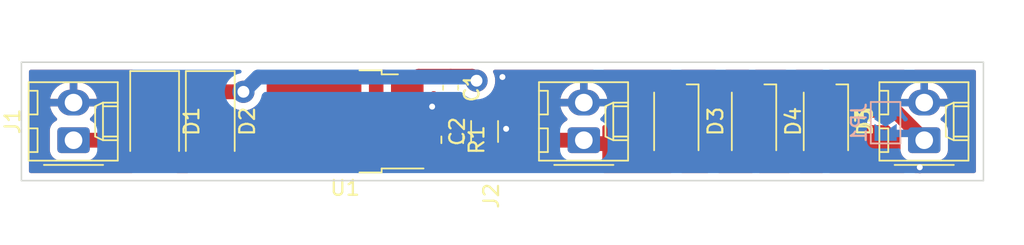
<source format=kicad_pcb>
(kicad_pcb (version 20211014) (generator pcbnew)
  (layers (0 "F.Cu" signal) (31 "B.Cu" signal) (34 "B.Paste" user) (35 "F.Paste" user) (36 "B.SilkS" user "B.Silkscreen") (37 "F.SilkS" user "F.Silkscreen") (38 "B.Mask" user) (39 "F.Mask" user) (44 "Edge.Cuts" user))
  (net 0 "")
  (net 1 "Net-(C1-Pad1)")
  (net 2 "GND")
  (net 3 "/VLEDIN")
  (net 4 "VCC")
  (net 5 "Net-(D2-Pad2)")
  (net 6 "Net-(D3-Pad1)")
  (net 7 "unconnected-(D3-Pad2)")
  (net 8 "unconnected-(D3-Pad4)")
  (net 9 "Net-(D4-Pad1)")
  (net 10 "unconnected-(D4-Pad2)")
  (net 11 "unconnected-(D4-Pad4)")
  (net 12 "/VLEDOUT")
  (net 13 "unconnected-(D5-Pad2)")
  (net 14 "unconnected-(D5-Pad4)")
  (footprint "LED_SMD:LED_Avago_PLCC4_3.2x2.8mm_CW" (layer "F.Cu") (at 123.75 54.5 -90)
    (fp_text reference "D3" (at 0 -2.65 90) (layer "F.SilkS"))
    (fp_text value "LED PLCC4")
    (fp_line (start -2.500044 -1.5) (end 1.95 -1.5) (layer "F.SilkS") (width 0.12))
    (fp_line (start -2.5 -0.7) (end -2.5 -1.5) (layer "F.SilkS") (width 0.12))
    (fp_line (start -1.95 1.5) (end 1.95 1.5) (layer "F.SilkS") (width 0.12))
    (pad "1" smd rect locked (at -1.5 -0.75 270) (size 1.5 1.1) (layers "F.Cu" "F.Paste" "F.Mask") (net 6 "Net-(D3-Pad1)"))
    (pad "2" smd rect locked (at 1.5 -0.75 270) (size 1.5 1.1) (layers "F.Cu" "F.Paste" "F.Mask") (net 7 "unconnected-(D3-Pad2)"))
    (pad "3" smd rect locked (at 1.5 0.75 270) (size 1.5 1.1) (layers "F.Cu" "F.Paste" "F.Mask") (net 3 "/VLEDIN"))
    (pad "4" smd rect locked (at -1.5 0.75 270) (size 1.5 1.1) (layers "F.Cu" "F.Paste" "F.Mask") (net 8 "unconnected-(D3-Pad4)"))
  )
  (footprint "Resistor_SMD:R_0805_2012Metric" (layer "F.Cu") (at 108.61 55.7431 -90)
    (fp_text reference "R1" (at 0 -1.65 90) (layer "F.SilkS"))
    (fp_text value "33R")
    (fp_line (start -0.227064 0.735) (end 0.227064 0.735) (layer "F.SilkS") (width 0.12))
    (fp_line (start -0.227064 -0.735) (end 0.227064 -0.735) (layer "F.SilkS") (width 0.12))
    (pad "1" smd roundrect locked (at -0.9125 0 270) (size 1.025 1.4) (layers "F.Cu" "F.Paste" "F.Mask") (roundrect_rratio 0.243902) (net 5 "Net-(D2-Pad2)"))
    (pad "2" smd roundrect locked (at 0.9125 0 270) (size 1.025 1.4) (layers "F.Cu" "F.Paste" "F.Mask") (roundrect_rratio 0.243902) (net 3 "/VLEDIN"))
  )
  (footprint "Diode_SMD:D_SMA" (layer "F.Cu") (at 92.2592 54.5 -90)
    (fp_text reference "D2" (at 0 -2.5 90) (layer "F.SilkS"))
    (fp_text value "D_Schottky")
    (fp_line (start -3.4 -1.65) (end -3.4 1.65) (layer "F.SilkS") (width 0.12))
    (fp_line (start -3.4 1.65) (end 2 1.65) (layer "F.SilkS") (width 0.12))
    (fp_line (start -3.4 -1.65) (end 2 -1.65) (layer "F.SilkS") (width 0.12))
    (pad "1" smd rect locked (at -2 0 270) (size 2.5 1.8) (layers "F.Cu" "F.Paste" "F.Mask") (net 1 "Net-(C1-Pad1)"))
    (pad "2" smd rect locked (at 2 0 270) (size 2.5 1.8) (layers "F.Cu" "F.Paste" "F.Mask") (net 5 "Net-(D2-Pad2)"))
  )
  (footprint "Diode_SMD:D_SMA" (layer "F.Cu") (at 88.5 54.5 -90)
    (fp_text reference "D1" (at 0 -2.5 90) (layer "F.SilkS"))
    (fp_text value "D_Schottky")
    (fp_line (start -3.4 -1.65) (end -3.4 1.65) (layer "F.SilkS") (width 0.12))
    (fp_line (start -3.4 1.65) (end 2 1.65) (layer "F.SilkS") (width 0.12))
    (fp_line (start -3.4 -1.65) (end 2 -1.65) (layer "F.SilkS") (width 0.12))
    (pad "1" smd rect locked (at -2 0 270) (size 2.5 1.8) (layers "F.Cu" "F.Paste" "F.Mask") (net 1 "Net-(C1-Pad1)"))
    (pad "2" smd rect locked (at 2 0 270) (size 2.5 1.8) (layers "F.Cu" "F.Paste" "F.Mask") (net 4 "VCC"))
  )
  (footprint "Capacitor_SMD:C_1206_3216Metric" (layer "F.Cu") (at 110.7944 55.1806 90)
    (fp_text reference "C2" (at 0 -1.85 90) (layer "F.SilkS"))
    (fp_text value "4u7")
    (fp_line (start -0.711252 0.91) (end 0.711252 0.91) (layer "F.SilkS") (width 0.12))
    (fp_line (start -0.711252 -0.91) (end 0.711252 -0.91) (layer "F.SilkS") (width 0.12))
    (pad "1" smd roundrect locked (at -1.475 0 90) (size 1.15 1.8) (layers "F.Cu" "F.Paste" "F.Mask") (roundrect_rratio 0.217391) (net 3 "/VLEDIN"))
    (pad "2" smd roundrect locked (at 1.475 0 90) (size 1.15 1.8) (layers "F.Cu" "F.Paste" "F.Mask") (roundrect_rratio 0.217391) (net 2 "GND"))
  )
  (footprint "Capacitor_SMD:C_0603_1608Metric" (layer "F.Cu") (at 108.5 52.225 -90)
    (fp_text reference "C1" (at 0 -1.43 90) (layer "F.SilkS"))
    (fp_text value "100n")
    (fp_line (start -0.14058 0.51) (end 0.14058 0.51) (layer "F.SilkS") (width 0.12))
    (fp_line (start -0.14058 -0.51) (end 0.14058 -0.51) (layer "F.SilkS") (width 0.12))
    (pad "1" smd roundrect locked (at -0.775 0 270) (size 0.9 0.95) (layers "F.Cu" "F.Paste" "F.Mask") (net 1 "Net-(C1-Pad1)"))
    (pad "2" smd roundrect locked (at 0.775 0 270) (size 0.9 0.95) (layers "F.Cu" "F.Paste" "F.Mask") (net 2 "GND"))
  )
  (footprint "Connector_Molex:Molex_KK-254_AE-6410-02A_1x02_P2.54mm_Vertical" (layer "F.Cu") (at 117.5 55.77 90)
    (fp_text reference "J2" (at -3.7573 -6.2536 90) (layer "F.SilkS"))
    (fp_text value "LEDIN")
    (fp_line (start 2.54 1.99) (end 2.54 2.99) (layer "F.SilkS") (width 0.12))
    (fp_line (start 0 1.99) (end 2.54 1.99) (layer "F.SilkS") (width 0.12))
    (fp_line (start 0 1.99) (end 0.25 1.46) (layer "F.SilkS") (width 0.12))
    (fp_line (start 1.74 -3.03) (end 1.74 -2.43) (layer "F.SilkS") (width 0.12))
    (fp_line (start 1.74 -2.43) (end 3.34 -2.43) (layer "F.SilkS") (width 0.12))
    (fp_line (start 0 2.99) (end 0 1.99) (layer "F.SilkS") (width 0.12))
    (fp_line (start 3.34 -2.43) (end 3.34 -3.03) (layer "F.SilkS") (width 0.12))
    (fp_line (start 0.25 1.46) (end 2.29 1.46) (layer "F.SilkS") (width 0.12))
    (fp_line (start -1.38 2.99) (end 3.92 2.99) (layer "F.SilkS") (width 0.12))
    (fp_line (start -0.8 -3.03) (end -0.8 -2.43) (layer "F.SilkS") (width 0.12))
    (fp_line (start -1.67 -2) (end -1.67 2) (layer "F.SilkS") (width 0.12))
    (fp_line (start -1.38 -3.03) (end -1.38 2.99) (layer "F.SilkS") (width 0.12))
    (fp_line (start 0.25 2.99) (end 0.25 1.99) (layer "F.SilkS") (width 0.12))
    (fp_line (start 0.8 -2.43) (end 0.8 -3.03) (layer "F.SilkS") (width 0.12))
    (fp_line (start 2.29 2.99) (end 2.29 1.99) (layer "F.SilkS") (width 0.12))
    (fp_line (start 2.29 1.46) (end 2.54 1.99) (layer "F.SilkS") (width 0.12))
    (fp_line (start -0.8 -2.43) (end 0.8 -2.43) (layer "F.SilkS") (width 0.12))
    (fp_line (start 3.92 -3.03) (end -1.38 -3.03) (layer "F.SilkS") (width 0.12))
    (fp_line (start 3.92 2.99) (end 3.92 -3.03) (layer "F.SilkS") (width 0.12))
    (pad "1" thru_hole roundrect locked (at 0 0 90) (size 1.74 2.19) (drill 1.19) (layers *.Cu *.Mask) (roundrect_rratio 0.143678) (net 3 "/VLEDIN"))
    (pad "2" thru_hole oval locked (at 2.54 0 90) (size 1.74 2.19) (drill 1.19) (layers *.Cu *.Mask) (net 2 "GND"))
  )
  (footprint "LED_SMD:LED_Avago_PLCC4_3.2x2.8mm_CW" (layer "F.Cu") (at 133.858 54.5 -90)
    (fp_text reference "D5" (at 0 -2.65 90) (layer "F.SilkS"))
    (fp_text value "LED PLCC4")
    (fp_line (start -2.500044 -1.5) (end 1.95 -1.5) (layer "F.SilkS") (width 0.12))
    (fp_line (start -1.95 1.5) (end 1.95 1.5) (layer "F.SilkS") (width 0.12))
    (fp_line (start -2.5 -0.7) (end -2.5 -1.5) (layer "F.SilkS") (width 0.12))
    (pad "1" smd rect locked (at -1.5 -0.75 270) (size 1.5 1.1) (layers "F.Cu" "F.Paste" "F.Mask") (net 12 "/VLEDOUT"))
    (pad "2" smd rect locked (at 1.5 -0.75 270) (size 1.5 1.1) (layers "F.Cu" "F.Paste" "F.Mask") (net 13 "unconnected-(D5-Pad2)"))
    (pad "3" smd rect locked (at 1.5 0.75 270) (size 1.5 1.1) (layers "F.Cu" "F.Paste" "F.Mask") (net 9 "Net-(D4-Pad1)"))
    (pad "4" smd rect locked (at -1.5 0.75 270) (size 1.5 1.1) (layers "F.Cu" "F.Paste" "F.Mask") (net 14 "unconnected-(D5-Pad4)"))
  )
  (footprint "Package_TO_SOT_SMD:TO-252-2" (layer "F.Cu") (at 101.3696 54.5 180)
    (fp_text reference "U1" (at 0 -4.5) (layer "F.SilkS"))
    (fp_text value "LM317_TO-252")
    (fp_line (start -0.97 3.45) (end -2.47 3.45) (layer "F.SilkS") (width 0.12))
    (fp_line (start -2.47 -3.45) (end -2.47 -3.18) (layer "F.SilkS") (width 0.12))
    (fp_line (start -2.47 -3.18) (end -5.3 -3.18) (layer "F.SilkS") (width 0.12))
    (fp_line (start -0.97 -3.45) (end -2.47 -3.45) (layer "F.SilkS") (width 0.12))
    (fp_line (start -2.47 3.45) (end -2.47 3.18) (layer "F.SilkS") (width 0.12))
    (fp_line (start -2.47 3.18) (end -3.57 3.18) (layer "F.SilkS") (width 0.12))
    (pad "1" smd rect locked (at -4.2 -2.28 180) (size 2.2 1.2) (layers "F.Cu" "F.Paste" "F.Mask") (net 3 "/VLEDIN"))
    (pad "2" smd rect locked (at 2.1 0 180) (size 6.4 5.8) (layers "F.Cu" "F.Mask") (net 5 "Net-(D2-Pad2)"))
    (pad "3" smd rect locked (at -4.2 2.28 180) (size 2.2 1.2) (layers "F.Cu" "F.Paste" "F.Mask") (net 1 "Net-(C1-Pad1)"))
  )
  (footprint "LED_SMD:LED_Avago_PLCC4_3.2x2.8mm_CW" (layer "F.Cu") (at 129 54.5 -90)
    (fp_text reference "D4" (at 0 -2.65 90) (layer "F.SilkS"))
    (fp_text value "LED PLCC4")
    (fp_line (start -1.95 1.5) (end 1.95 1.5) (layer "F.SilkS") (width 0.12))
    (fp_line (start -2.5 -0.7) (end -2.5 -1.5) (layer "F.SilkS") (width 0.12))
    (fp_line (start -2.500044 -1.5) (end 1.95 -1.5) (layer "F.SilkS") (width 0.12))
    (pad "1" smd rect locked (at -1.5 -0.75 270) (size 1.5 1.1) (layers "F.Cu" "F.Paste" "F.Mask") (net 9 "Net-(D4-Pad1)"))
    (pad "2" smd rect locked (at 1.5 -0.75 270) (size 1.5 1.1) (layers "F.Cu" "F.Paste" "F.Mask") (net 10 "unconnected-(D4-Pad2)"))
    (pad "3" smd rect locked (at 1.5 0.75 270) (size 1.5 1.1) (layers "F.Cu" "F.Paste" "F.Mask") (net 6 "Net-(D3-Pad1)"))
    (pad "4" smd rect locked (at -1.5 0.75 270) (size 1.5 1.1) (layers "F.Cu" "F.Paste" "F.Mask") (net 11 "unconnected-(D4-Pad4)"))
  )
  (footprint "Connector_Molex:Molex_KK-254_AE-6410-02A_1x02_P2.54mm_Vertical" (layer "F.Cu") (at 83.02 55.77 90)
    (fp_text reference "J1" (at 1.27 -4.12 90) (layer "F.SilkS"))
    (fp_text value "POWER")
    (fp_line (start 0.8 -2.43) (end 0.8 -3.03) (layer "F.SilkS") (width 0.12))
    (fp_line (start 2.29 2.99) (end 2.29 1.99) (layer "F.SilkS") (width 0.12))
    (fp_line (start 3.34 -2.43) (end 3.34 -3.03) (layer "F.SilkS") (width 0.12))
    (fp_line (start 0.25 2.99) (end 0.25 1.99) (layer "F.SilkS") (width 0.12))
    (fp_line (start 3.92 -3.03) (end -1.38 -3.03) (layer "F.SilkS") (width 0.12))
    (fp_line (start 0 2.99) (end 0 1.99) (layer "F.SilkS") (width 0.12))
    (fp_line (start -1.38 -3.03) (end -1.38 2.99) (layer "F.SilkS") (width 0.12))
    (fp_line (start 0 1.99) (end 2.54 1.99) (layer "F.SilkS") (width 0.12))
    (fp_line (start 0 1.99) (end 0.25 1.46) (layer "F.SilkS") (width 0.12))
    (fp_line (start 1.74 -3.03) (end 1.74 -2.43) (layer "F.SilkS") (width 0.12))
    (fp_line (start -1.38 2.99) (end 3.92 2.99) (layer "F.SilkS") (width 0.12))
    (fp_line (start 2.54 1.99) (end 2.54 2.99) (layer "F.SilkS") (width 0.12))
    (fp_line (start -0.8 -3.03) (end -0.8 -2.43) (layer "F.SilkS") (width 0.12))
    (fp_line (start 3.92 2.99) (end 3.92 -3.03) (layer "F.SilkS") (width 0.12))
    (fp_line (start 2.29 1.46) (end 2.54 1.99) (layer "F.SilkS") (width 0.12))
    (fp_line (start 0.25 1.46) (end 2.29 1.46) (layer "F.SilkS") (width 0.12))
    (fp_line (start 1.74 -2.43) (end 3.34 -2.43) (layer "F.SilkS") (width 0.12))
    (fp_line (start -1.67 -2) (end -1.67 2) (layer "F.SilkS") (width 0.12))
    (fp_line (start -0.8 -2.43) (end 0.8 -2.43) (layer "F.SilkS") (width 0.12))
    (pad "1" thru_hole roundrect locked (at 0 0 90) (size 1.74 2.19) (drill 1.19) (layers *.Cu *.Mask) (roundrect_rratio 0.143678) (net 4 "VCC"))
    (pad "2" thru_hole oval locked (at 2.54 0 90) (size 1.74 2.19) (drill 1.19) (layers *.Cu *.Mask) (net 2 "GND"))
  )
  (footprint "Connector_Molex:Molex_KK-254_AE-6410-02A_1x02_P2.54mm_Vertical" (layer "F.Cu") (at 140.5 55.77 90)
    (fp_text reference "J3" (at 1.27 -4.12 90) (layer "F.SilkS"))
    (fp_text value "LEDOUT")
    (fp_line (start 1.74 -2.43) (end 3.34 -2.43) (layer "F.SilkS") (width 0.12))
    (fp_line (start 3.34 -2.43) (end 3.34 -3.03) (layer "F.SilkS") (width 0.12))
    (fp_line (start 2.29 2.99) (end 2.29 1.99) (layer "F.SilkS") (width 0.12))
    (fp_line (start 3.92 -3.03) (end -1.38 -3.03) (layer "F.SilkS") (width 0.12))
    (fp_line (start -0.8 -3.03) (end -0.8 -2.43) (layer "F.SilkS") (width 0.12))
    (fp_line (start -1.67 -2) (end -1.67 2) (layer "F.SilkS") (width 0.12))
    (fp_line (start 0 2.99) (end 0 1.99) (layer "F.SilkS") (width 0.12))
    (fp_line (start 3.92 2.99) (end 3.92 -3.03) (layer "F.SilkS") (width 0.12))
    (fp_line (start 0.25 2.99) (end 0.25 1.99) (layer "F.SilkS") (width 0.12))
    (fp_line (start 2.29 1.46) (end 2.54 1.99) (layer "F.SilkS") (width 0.12))
    (fp_line (start 1.74 -3.03) (end 1.74 -2.43) (layer "F.SilkS") (width 0.12))
    (fp_line (start 0 1.99) (end 2.54 1.99) (layer "F.SilkS") (width 0.12))
    (fp_line (start 0.25 1.46) (end 2.29 1.46) (layer "F.SilkS") (width 0.12))
    (fp_line (start 0 1.99) (end 0.25 1.46) (layer "F.SilkS") (width 0.12))
    (fp_line (start -0.8 -2.43) (end 0.8 -2.43) (layer "F.SilkS") (width 0.12))
    (fp_line (start 2.54 1.99) (end 2.54 2.99) (layer "F.SilkS") (width 0.12))
    (fp_line (start -1.38 2.99) (end 3.92 2.99) (layer "F.SilkS") (width 0.12))
    (fp_line (start -1.38 -3.03) (end -1.38 2.99) (layer "F.SilkS") (width 0.12))
    (fp_line (start 0.8 -2.43) (end 0.8 -3.03) (layer "F.SilkS") (width 0.12))
    (pad "1" thru_hole roundrect locked (at 0 0 90) (size 1.74 2.19) (drill 1.19) (layers *.Cu *.Mask) (roundrect_rratio 0.143678) (net 12 "/VLEDOUT"))
    (pad "2" thru_hole oval locked (at 2.54 0 90) (size 1.74 2.19) (drill 1.19) (layers *.Cu *.Mask) (net 2 "GND"))
  )
  (footprint "Jumper:SolderJumper-2_P1.3mm_Open_TrianglePad1.0x1.5mm" (layer "B.Cu") (at 137.8892 54.5878 -90)
    (fp_text reference "JP1" (at 0 1.8 90) (layer "B.SilkS") (effects (justify mirror)))
    (fp_text value "SolderJumper_2_Open")
    (fp_line (start -1.4 -1) (end -1.4 1) (layer "B.SilkS") (width 0.12))
    (fp_line (start -1.4 1) (end 1.4 1) (layer "B.SilkS") (width 0.12))
    (fp_line (start 1.4 1) (end 1.4 -1) (layer "B.SilkS") (width 0.12))
    (fp_line (start 1.4 -1) (end -1.4 -1) (layer "B.SilkS") (width 0.12))
    (pad "1" smd custom locked (at -0.725 0 270) (size 0.3 0.3) (layers "B.Cu" "B.Mask") (net 2 "GND") (options (clearance outline) (anchor rect)) (primitives (gr_poly (pts (xy 1 0) (xy 0.5 -0.75) (xy -0.5 -0.75) (xy -0.5 0.75) (xy 0.5 0.75)) (width 0) (fill yes))))
    (pad "2" smd custom locked (at 0.725 0 270) (size 0.3 0.3) (layers "B.Cu" "B.Mask") (net 12 "/VLEDOUT") (options (clearance outline) (anchor rect)) (primitives (gr_poly (pts (xy 0.5 -0.75) (xy -0.65 -0.75) (xy -0.15 0) (xy -0.65 0.75) (xy 0.5 0.75)) (width 0) (fill yes))))
  )
  (gr_line (start 144.5 50.5) (end 79.5 50.5) (layer "Edge.Cuts") (width 0.1))
  (gr_line (start 79.5 50.5) (end 79.5 58.5) (layer "Edge.Cuts") (width 0.1))
  (gr_line (start 144.5 58.5) (end 144.5 50.5) (layer "Edge.Cuts") (width 0.1))
  (gr_line (start 79.5 58.5) (end 144.5 58.5) (layer "Edge.Cuts") (width 0.1))
  (segment (start 92.5492 52.21) (end 92.2592 52.5) (width 1) (layer "F.Cu") (net 1))
  (segment (start 108.5 51.45) (end 106.3396 51.45) (width 1) (layer "F.Cu") (net 1))
  (segment (start 106.3396 51.45) (end 105.5696 52.22) (width 1) (layer "F.Cu") (net 1))
  (segment (start 108.5 51.45) (end 109.95 51.45) (width 1) (layer "F.Cu") (net 1))
  (segment (start 109.95 51.45) (end 110.25 51.75) (width 1) (layer "F.Cu") (net 1))
  (segment (start 92.2592 52.5) (end 94.5 52.5) (width 1) (layer "F.Cu") (net 1))
  (segment (start 88.5 52.5) (end 92.2592 52.5) (width 1) (layer "F.Cu") (net 1))
  (via (at 110.25 51.75) (size 1.5) (drill 0.8) (layers "F.Cu" "B.Cu") (net 1))
  (via (at 94.5 52.5) (size 1.5) (drill 0.8) (layers "F.Cu" "B.Cu") (net 1))
  (segment (start 94.5 52.5) (end 95.5 51.5) (width 1) (layer "B.Cu") (net 1))
  (segment (start 110 51.5) (end 110.25 51.75) (width 1) (layer "B.Cu") (net 1))
  (segment (start 95.5 51.5) (end 110 51.5) (width 1) (layer "B.Cu") (net 1))
  (segment (start 109.2056 53.7056) (end 110.7944 53.7056) (width 0.5) (layer "F.Cu") (net 2))
  (segment (start 108.5 53) (end 109.2056 53.7056) (width 0.5) (layer "F.Cu") (net 2))
  (via (at 107.25 53.5) (size 0.8) (drill 0.4) (layers "F.Cu" "B.Cu") (net 2))
  (via (at 112 51.5) (size 0.8) (drill 0.4) (layers "F.Cu" "B.Cu") (net 2))
  (via (at 140.2 57.6) (size 0.8) (drill 0.4) (layers "F.Cu" "B.Cu") (net 2))
  (via (at 112.25 55) (size 0.8) (drill 0.4) (layers "F.Cu" "B.Cu") (net 2))
  (segment (start 123 56) (end 117.73 56) (width 1) (layer "F.Cu") (net 3))
  (segment (start 108.4856 56.78) (end 108.61 56.6556) (width 1) (layer "F.Cu") (net 3))
  (segment (start 108.61 56.6556) (end 110.7944 56.6556) (width 1) (layer "F.Cu") (net 3))
  (segment (start 114.3444 56.6556) (end 115.23 55.77) (width 1) (layer "F.Cu") (net 3))
  (segment (start 110.7944 56.6556) (end 114.3444 56.6556) (width 1) (layer "F.Cu") (net 3))
  (segment (start 117.73 56) (end 117.5 55.77) (width 1) (layer "F.Cu") (net 3))
  (segment (start 105.5696 56.78) (end 108.4856 56.78) (width 1) (layer "F.Cu") (net 3))
  (segment (start 115.23 55.77) (end 117.5 55.77) (width 1) (layer "F.Cu") (net 3))
  (segment (start 85.77 55.77) (end 86.5 56.5) (width 1) (layer "F.Cu") (net 4))
  (segment (start 86.5 56.5) (end 88.5 56.5) (width 1) (layer "F.Cu") (net 4))
  (segment (start 83.02 55.77) (end 85.77 55.77) (width 1) (layer "F.Cu") (net 4))
  (segment (start 92.2592 56.5) (end 97.2696 56.5) (width 1) (layer "F.Cu") (net 5))
  (segment (start 108.61 54.8306) (end 99.6002 54.8306) (width 1) (layer "F.Cu") (net 5))
  (segment (start 97.2696 56.5) (end 99.2696 54.5) (width 1) (layer "F.Cu") (net 5))
  (segment (start 99.6002 54.8306) (end 99.2696 54.5) (width 1) (layer "F.Cu") (net 5))
  (segment (start 124.5 53) (end 125.5 53) (width 1) (layer "F.Cu") (net 6))
  (segment (start 126.5 55.5) (end 127 56) (width 1) (layer "F.Cu") (net 6))
  (segment (start 126.5 54) (end 126.5 55.5) (width 1) (layer "F.Cu") (net 6))
  (segment (start 127 56) (end 128.25 56) (width 1) (layer "F.Cu") (net 6))
  (segment (start 125.5 53) (end 126.5 54) (width 1) (layer "F.Cu") (net 6))
  (segment (start 131.5 55.5) (end 132 56) (width 1) (layer "F.Cu") (net 9))
  (segment (start 131 53) (end 131.5 53.5) (width 1) (layer "F.Cu") (net 9))
  (segment (start 132 56) (end 133.108 56) (width 1) (layer "F.Cu") (net 9))
  (segment (start 131.5 53.5) (end 131.5 55.5) (width 1) (layer "F.Cu") (net 9))
  (segment (start 129.75 53) (end 131 53) (width 1) (layer "F.Cu") (net 9))
  (segment (start 140.5 55.77) (end 140.5 55.75) (width 1) (layer "F.Cu") (net 12))
  (segment (start 137.75 53) (end 134.608 53) (width 1) (layer "F.Cu") (net 12))
  (segment (start 140.5 55.75) (end 137.75 53) (width 1) (layer "F.Cu") (net 12))
  (segment (start 137.8892 55.3128) (end 140.0428 55.3128) (width 0.5) (layer "B.Cu") (net 12))
  (segment (start 140.0428 55.3128) (end 140.5 55.77) (width 0.5) (layer "B.Cu") (net 12))
  (zone (net 13) (net_name "unconnected-(D5-Pad2)") (layer "F.Cu") (priority 1) (connect_pads yes (clearance 0.508)) (min_thickness 0.254) (fill yes (thermal_gap 0.508) (thermal_bridge_width 0.508))
    (polygon (pts (xy 139.25 59.5) (xy 134 59.5) (xy 134 54.75) (xy 139.25 54.75)))
  )
  (zone (net 9) (net_name "Net-(D4-Pad1)") (layer "F.Cu") (priority 1) (connect_pads yes (clearance 0.508)) (min_thickness 0.254) (fill yes (thermal_gap 0.508) (thermal_bridge_width 0.508))
    (polygon (pts (xy 131.25 54) (xy 132 54.75) (xy 133.25 54.75) (xy 133.75 54.75) (xy 133.75 59.25) (xy 132 59.25) (xy 132 55.25) (xy 131 54.25) (xy 129 54.25) (xy 129 50) (xy 131.25 50)))
  )
  (zone (net 10) (net_name "unconnected-(D4-Pad2)") (layer "F.Cu") (priority 1) (connect_pads yes (clearance 0.508)) (min_thickness 0.254) (fill yes (thermal_gap 0.508) (thermal_bridge_width 0.508))
    (polygon (pts (xy 131.5 59.25) (xy 129.25 59.25) (xy 129.25 54.75) (xy 131.5 54.75)))
  )
  (zone (net 7) (net_name "unconnected-(D3-Pad2)") (layer "F.Cu") (connect_pads yes (clearance 0.508)) (min_thickness 0.254) (fill yes (thermal_gap 0.508) (thermal_bridge_width 0.508))
    (polygon (pts (xy 126.25 59.5) (xy 124 59.5) (xy 124 54.75) (xy 126.25 54.75)))
  )
  (zone (net 3) (net_name "/VLEDIN") (layer "F.Cu") (connect_pads yes (clearance 0.508)) (min_thickness 0.254) (fill yes (thermal_gap 0.508) (thermal_bridge_width 0.508))
    (polygon (pts (xy 123.5 58.75) (xy 118.75 58.75) (xy 118.75 54.75) (xy 123.5 54.75)))
  )
  (zone (net 12) (net_name "/VLEDOUT") (layer "F.Cu") (priority 1) (connect_pads yes (clearance 0.508)) (min_thickness 0.254) (fill yes (thermal_gap 0.508) (thermal_bridge_width 0.508))
    (polygon (pts (xy 139.25 54.25) (xy 134 54.25) (xy 134 50) (xy 139.25 50)))
  )
  (zone (net 2) (net_name "GND") (layers F&B.Cu) (connect_pads (clearance 0.508)) (min_thickness 0.254) (fill yes (thermal_gap 0.508) (thermal_bridge_width 0.508))
    (polygon (pts (xy 147.25 61) (xy 78.5 61) (xy 78.5 47.5) (xy 147.25 47.5)))
  )
  (zone (net 11) (net_name "unconnected-(D4-Pad4)") (layer "F.Cu") (priority 1) (connect_pads yes (clearance 0.508)) (min_thickness 0.254) (fill yes (thermal_gap 0.508) (thermal_bridge_width 0.508))
    (polygon (pts (xy 128.75 54.25) (xy 127 54.25) (xy 127 50) (xy 128.75 50)))
  )
  (zone (net 6) (net_name "Net-(D3-Pad1)") (layer "F.Cu") (priority 1) (connect_pads yes (clearance 0.508)) (min_thickness 0.254) (fill yes (thermal_gap 0.508) (thermal_bridge_width 0.508))
    (polygon (pts (xy 126.5 54.75) (xy 129 54.75) (xy 129 59.25) (xy 126.5 59.25) (xy 126.5 55) (xy 126 54.25) (xy 124 54.25) (xy 124 50) (xy 126.5 50)))
  )
  (zone (net 14) (net_name "unconnected-(D5-Pad4)") (layer "F.Cu") (priority 1) (connect_pads yes (clearance 0.508)) (min_thickness 0.254) (fill yes (thermal_gap 0.508) (thermal_bridge_width 0.508))
    (polygon (pts (xy 133.75 54.25) (xy 131.75 54.25) (xy 131.75 50) (xy 133.75 50)))
  )
  (zone (net 8) (net_name "unconnected-(D3-Pad4)") (layer "F.Cu") (priority 1) (connect_pads yes (clearance 0.508)) (min_thickness 0.254) (fill yes (thermal_gap 0.508) (thermal_bridge_width 0.508))
    (polygon (pts (xy 123.5 54.25) (xy 118.75 54.25) (xy 118.75 50.25) (xy 123.5 50.25)))
  )
)
</source>
